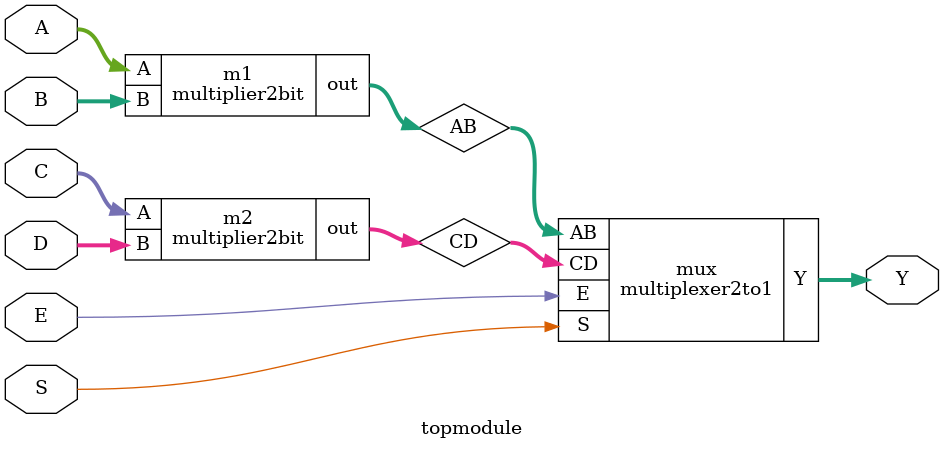
<source format=v>
module multiplier2bit (
    output [3:0] out,
    input [1:0] A,B 
);
assign out[3] = (B[1] & A[1]) & ( (B[0] & A[1]) & (B[1] & A[0]) );
assign out[2] = (B[1] & A[1]) ^ ( (B[0] & A[1]) & (B[1] & A[0]) );
assign out[1] = ( (B[0] & A[1]) ^ (B[1] & A[0]) );
assign out[0] = B[0] & A[0];
endmodule

module multiplexer2to1 (
    input [3:0] AB, CD,
    input S,E, // E = 0 驅動
    output [3:0] Y
);
assign Y[0] = (AB[0] & ~S & ~E) | (CD[0] & S & ~E);
assign Y[1] = (AB[1] & ~S & ~E) | (CD[1] & S & ~E);
assign Y[2] = (AB[2] & ~S & ~E) | (CD[2] & S & ~E);
assign Y[3] = (AB[3] & ~S & ~E) | (CD[3] & S & ~E);
endmodule

module topmodule (
    input [1:0] A,B,C,D,
    input S,E, // E = 0 驅動
    output [3:0] Y
);
wire [3:0] AB,CD;
multiplier2bit m1(.out(AB), .A(A), .B(B));
multiplier2bit m2(.out(CD), .A(C), .B(D));
multiplexer2to1 mux(.Y(Y), .AB(AB), .CD(CD), .S(S), .E(E)); //E 給 0 驅動

endmodule
</source>
